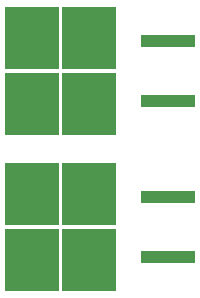
<source format=gbr>
%TF.GenerationSoftware,KiCad,Pcbnew,(5.1.6)-1*%
%TF.CreationDate,2021-01-23T13:54:21+00:00*%
%TF.ProjectId,ninja_iron,6e696e6a-615f-4697-926f-6e2e6b696361,rev?*%
%TF.SameCoordinates,Original*%
%TF.FileFunction,Paste,Bot*%
%TF.FilePolarity,Positive*%
%FSLAX46Y46*%
G04 Gerber Fmt 4.6, Leading zero omitted, Abs format (unit mm)*
G04 Created by KiCad (PCBNEW (5.1.6)-1) date 2021-01-23 13:54:21*
%MOMM*%
%LPD*%
G01*
G04 APERTURE LIST*
%ADD10R,4.550000X5.250000*%
%ADD11R,4.600000X1.100000*%
G04 APERTURE END LIST*
D10*
%TO.C,Q2*%
X242890000Y-70085000D03*
X238040000Y-64535000D03*
X242890000Y-64535000D03*
X238040000Y-70085000D03*
D11*
X249615000Y-69850000D03*
X249615000Y-64770000D03*
%TD*%
D10*
%TO.C,Q1*%
X242890000Y-56877000D03*
X238040000Y-51327000D03*
X242890000Y-51327000D03*
X238040000Y-56877000D03*
D11*
X249615000Y-56642000D03*
X249615000Y-51562000D03*
%TD*%
M02*

</source>
